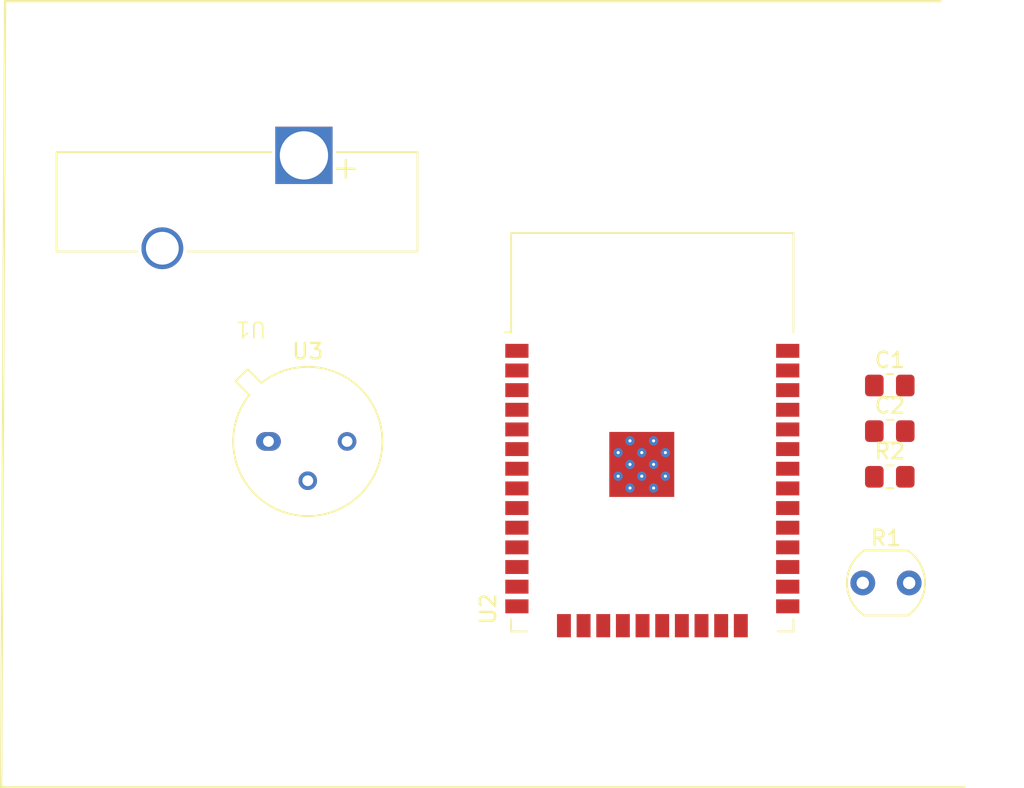
<source format=kicad_pcb>
(kicad_pcb (version 20221018) (generator pcbnew)
  (layers (0 "F.Cu" signal) (31 "B.Cu" signal) (34 "B.Paste" user) (35 "F.Paste" user) (36 "B.SilkS" user "B.Silkscreen") (37 "F.SilkS" user "F.Silkscreen") (38 "B.Mask" user) (39 "F.Mask" user) (44 "Edge.Cuts" user))
  (net 0 "")
  (net 1 "Net-(U1-+)")
  (net 2 "GND")
  (net 3 "5v")
  (net 4 "Net-(R1-Pad2)")
  (footprint "Package_TO_SOT_THT:TO-39-3" (layer "F.Cu") (at 39.624 62.738)
    (fp_text reference "U3" (at 2.54 -5.82) (layer "F.SilkS"))
    (fp_text value "LM117_TO39")
    (fp_line (start -2.125856 -3.888039) (end -1.234902 -2.997084) (stroke (width 0.12)) (layer "F.SilkS"))
    (fp_line (start -1.348039 -4.665856) (end -2.125856 -3.888039) (stroke (width 0.12)) (layer "F.SilkS"))
    (fp_line (start -0.457084 -3.774902) (end -1.348039 -4.665856) (stroke (width 0.12)) (layer "F.SilkS"))
    (fp_arc (start -0.457084 -3.774902) (mid 5.948125 3.408384) (end -1.234674 -2.997371) (stroke (width 0.12)) (layer "F.SilkS"))
    (pad "1" thru_hole oval (at 0 0) (size 1.6 1.2) (drill 0.7) (layers "*.Cu" "*.Mask") (net 1 "Net-(U1-+)"))
    (pad "2" thru_hole oval (at 2.54 2.54) (size 1.2 1.2) (drill 0.7) (layers "*.Cu" "*.Mask") (net 2 "GND"))
    (pad "3" thru_hole oval (at 5.08 0) (size 1.2 1.2) (drill 0.7) (layers "*.Cu" "*.Mask") (net 3 "5v"))
  )
  (footprint "Resistor_SMD:R_0805_2012Metric_Pad1.20x1.40mm_HandSolder" (layer "F.Cu") (at 79.772 62.074)
    (fp_text reference "C2" (at 0 -1.65) (layer "F.SilkS"))
    (fp_text value "C_Small")
    (fp_line (start -0.227064 -0.735) (end 0.227064 -0.735) (stroke (width 0.12)) (layer "F.SilkS"))
    (fp_line (start -0.227064 0.735) (end 0.227064 0.735) (stroke (width 0.12)) (layer "F.SilkS"))
    (pad "1" smd roundrect (at -1 0) (size 1.2 1.4) (layers "F.Cu" "F.Paste" "F.Mask") (roundrect_rratio 0.208333) (net 1 "Net-(U1-+)"))
    (pad "2" smd roundrect (at 1 0) (size 1.2 1.4) (layers "F.Cu" "F.Paste" "F.Mask") (roundrect_rratio 0.208333) (net 2 "GND"))
  )
  (footprint "Resistor_SMD:R_0805_2012Metric_Pad1.20x1.40mm_HandSolder" (layer "F.Cu") (at 79.772 59.124)
    (fp_text reference "C1" (at 0 -1.65) (layer "F.SilkS"))
    (fp_text value "C_Small")
    (fp_line (start -0.227064 -0.735) (end 0.227064 -0.735) (stroke (width 0.12)) (layer "F.SilkS"))
    (fp_line (start -0.227064 0.735) (end 0.227064 0.735) (stroke (width 0.12)) (layer "F.SilkS"))
    (pad "1" smd roundrect (at -1 0) (size 1.2 1.4) (layers "F.Cu" "F.Paste" "F.Mask") (roundrect_rratio 0.208333) (net 3 "5v"))
    (pad "2" smd roundrect (at 1 0) (size 1.2 1.4) (layers "F.Cu" "F.Paste" "F.Mask") (roundrect_rratio 0.208333) (net 2 "GND"))
  )
  (footprint "RF_Module:ESP32-WROOM-32" (layer "F.Cu") (at 64.426 65.134)
    (fp_text reference "U2" (at -10.61 8.43 90) (layer "F.SilkS"))
    (fp_text value "ESP32-WROOM-32")
    (fp_line (start -9.12 -15.86) (end -9.12 -9.445) (stroke (width 0.12)) (layer "F.SilkS"))
    (fp_line (start -9.12 -15.86) (end 9.12 -15.86) (stroke (width 0.12)) (layer "F.SilkS"))
    (fp_line (start -9.12 -9.445) (end -9.5 -9.445) (stroke (width 0.12)) (layer "F.SilkS"))
    (fp_line (start -9.12 9.1) (end -9.12 9.88) (stroke (width 0.12)) (layer "F.SilkS"))
    (fp_line (start -9.12 9.88) (end -8.12 9.88) (stroke (width 0.12)) (layer "F.SilkS"))
    (fp_line (start 9.12 -15.86) (end 9.12 -9.445) (stroke (width 0.12)) (layer "F.SilkS"))
    (fp_line (start 9.12 9.1) (end 9.12 9.88) (stroke (width 0.12)) (layer "F.SilkS"))
    (fp_line (start 9.12 9.88) (end 8.12 9.88) (stroke (width 0.12)) (layer "F.SilkS"))
    (pad "1" smd rect (at -8.75 -8.25) (size 1.5 0.9) (layers "F.Cu" "F.Paste" "F.Mask") (net 2 "GND"))
    (pad "2" smd rect (at -8.75 -6.98) (size 1.5 0.9) (layers "F.Cu" "F.Paste" "F.Mask") (net 3 "5v"))
    (pad "3" smd rect (at -8.75 -5.71) (size 1.5 0.9) (layers "F.Cu" "F.Paste" "F.Mask"))
    (pad "4" smd rect (at -8.75 -4.44) (size 1.5 0.9) (layers "F.Cu" "F.Paste" "F.Mask"))
    (pad "5" smd rect (at -8.75 -3.17) (size 1.5 0.9) (layers "F.Cu" "F.Paste" "F.Mask"))
    (pad "6" smd rect (at -8.75 -1.9) (size 1.5 0.9) (layers "F.Cu" "F.Paste" "F.Mask"))
    (pad "7" smd rect (at -8.75 -0.63) (size 1.5 0.9) (layers "F.Cu" "F.Paste" "F.Mask"))
    (pad "8" smd rect (at -8.75 0.64) (size 1.5 0.9) (layers "F.Cu" "F.Paste" "F.Mask"))
    (pad "9" smd rect (at -8.75 1.91) (size 1.5 0.9) (layers "F.Cu" "F.Paste" "F.Mask"))
    (pad "10" smd rect (at -8.75 3.18) (size 1.5 0.9) (layers "F.Cu" "F.Paste" "F.Mask"))
    (pad "11" smd rect (at -8.75 4.45) (size 1.5 0.9) (layers "F.Cu" "F.Paste" "F.Mask"))
    (pad "12" smd rect (at -8.75 5.72) (size 1.5 0.9) (layers "F.Cu" "F.Paste" "F.Mask"))
    (pad "13" smd rect (at -8.75 6.99) (size 1.5 0.9) (layers "F.Cu" "F.Paste" "F.Mask"))
    (pad "14" smd rect (at -8.75 8.26) (size 1.5 0.9) (layers "F.Cu" "F.Paste" "F.Mask"))
    (pad "15" smd rect (at -5.71 9.51 90) (size 1.5 0.9) (layers "F.Cu" "F.Paste" "F.Mask") (net 2 "GND"))
    (pad "16" smd rect (at -4.44 9.51 90) (size 1.5 0.9) (layers "F.Cu" "F.Paste" "F.Mask"))
    (pad "17" smd rect (at -3.17 9.51 90) (size 1.5 0.9) (layers "F.Cu" "F.Paste" "F.Mask"))
    (pad "18" smd rect (at -1.9 9.51 90) (size 1.5 0.9) (layers "F.Cu" "F.Paste" "F.Mask"))
    (pad "19" smd rect (at -0.63 9.51 90) (size 1.5 0.9) (layers "F.Cu" "F.Paste" "F.Mask"))
    (pad "20" smd rect (at 0.64 9.51 90) (size 1.5 0.9) (layers "F.Cu" "F.Paste" "F.Mask"))
    (pad "21" smd rect (at 1.91 9.51 90) (size 1.5 0.9) (layers "F.Cu" "F.Paste" "F.Mask"))
    (pad "22" smd rect (at 3.18 9.51 90) (size 1.5 0.9) (layers "F.Cu" "F.Paste" "F.Mask"))
    (pad "23" smd rect (at 4.45 9.51 90) (size 1.5 0.9) (layers "F.Cu" "F.Paste" "F.Mask"))
    (pad "24" smd rect (at 5.72 9.51 90) (size 1.5 0.9) (layers "F.Cu" "F.Paste" "F.Mask"))
    (pad "25" smd rect (at 8.75 8.26) (size 1.5 0.9) (layers "F.Cu" "F.Paste" "F.Mask"))
    (pad "26" smd rect (at 8.75 6.99) (size 1.5 0.9) (layers "F.Cu" "F.Paste" "F.Mask"))
    (pad "27" smd rect (at 8.75 5.72) (size 1.5 0.9) (layers "F.Cu" "F.Paste" "F.Mask"))
    (pad "28" smd rect (at 8.75 4.45) (size 1.5 0.9) (layers "F.Cu" "F.Paste" "F.Mask"))
    (pad "29" smd rect (at 8.75 3.18) (size 1.5 0.9) (layers "F.Cu" "F.Paste" "F.Mask"))
    (pad "30" smd rect (at 8.75 1.91) (size 1.5 0.9) (layers "F.Cu" "F.Paste" "F.Mask"))
    (pad "31" smd rect (at 8.75 0.64) (size 1.5 0.9) (layers "F.Cu" "F.Paste" "F.Mask"))
    (pad "32" smd rect (at 8.75 -0.63) (size 1.5 0.9) (layers "F.Cu" "F.Paste" "F.Mask"))
    (pad "33" smd rect (at 8.75 -1.9) (size 1.5 0.9) (layers "F.Cu" "F.Paste" "F.Mask"))
    (pad "34" smd rect (at 8.75 -3.17) (size 1.5 0.9) (layers "F.Cu" "F.Paste" "F.Mask") (net 3 "5v"))
    (pad "35" smd rect (at 8.75 -4.44) (size 1.5 0.9) (layers "F.Cu" "F.Paste" "F.Mask"))
    (pad "36" smd rect (at 8.75 -5.71) (size 1.5 0.9) (layers "F.Cu" "F.Paste" "F.Mask"))
    (pad "37" smd rect (at 8.75 -6.98) (size 1.5 0.9) (layers "F.Cu" "F.Paste" "F.Mask"))
    (pad "38" smd rect (at 8.75 -8.25) (size 1.5 0.9) (layers "F.Cu" "F.Paste" "F.Mask") (net 2 "GND"))
    (pad "39" smd rect (at -2.205 -2.435) (size 1.05 1.05) (layers "F.Cu" "F.Paste") (net 2 "GND"))
    (pad "39" thru_hole circle (at -2.205 -1.6725) (size 0.6 0.6) (drill 0.2) (property pad_prop_heatsink) (layers "*.Cu" "F.Mask") (net 2 "GND"))
    (pad "39" smd rect (at -2.205 -0.91) (size 1.05 1.05) (layers "F.Cu" "F.Paste") (net 2 "GND"))
    (pad "39" thru_hole circle (at -2.205 -0.1475) (size 0.6 0.6) (drill 0.2) (property pad_prop_heatsink) (layers "*.Cu" "F.Mask") (net 2 "GND"))
    (pad "39" smd rect (at -2.205 0.615) (size 1.05 1.05) (layers "F.Cu" "F.Paste") (net 2 "GND"))
    (pad "39" thru_hole circle (at -1.4425 -2.435) (size 0.6 0.6) (drill 0.2) (property pad_prop_heatsink) (layers "*.Cu" "F.Mask") (net 2 "GND"))
    (pad "39" thru_hole circle (at -1.4425 -0.91) (size 0.6 0.6) (drill 0.2) (property pad_prop_heatsink) (layers "*.Cu" "F.Mask") (net 2 "GND"))
    (pad "39" thru_hole circle (at -1.4425 0.615) (size 0.6 0.6) (drill 0.2) (property pad_prop_heatsink) (layers "*.Cu" "F.Mask") (net 2 "GND"))
    (pad "39" smd rect (at -0.68 -2.435) (size 1.05 1.05) (layers "F.Cu" "F.Paste") (net 2 "GND"))
    (pad "39" thru_hole circle (at -0.68 -1.6725) (size 0.6 0.6) (drill 0.2) (property pad_prop_heatsink) (layers "*.Cu" "F.Mask") (net 2 "GND"))
    (pad "39" smd rect (at -0.68 -0.91) (size 1.05 1.05) (layers "F.Cu" "F.Paste") (net 2 "GND"))
    (pad "39" smd rect (at -0.68 -0.91) (size 4.2 4.2) (layers "F.Cu" "F.Mask") (net 2 "GND"))
    (pad "39" thru_hole circle (at -0.68 -0.1475) (size 0.6 0.6) (drill 0.2) (property pad_prop_heatsink) (layers "*.Cu" "F.Mask") (net 2 "GND"))
    (pad "39" smd rect (at -0.68 0.615) (size 1.05 1.05) (layers "F.Cu" "F.Paste") (net 2 "GND"))
    (pad "39" thru_hole circle (at 0.0825 -2.435) (size 0.6 0.6) (drill 0.2) (property pad_prop_heatsink) (layers "*.Cu" "F.Mask") (net 2 "GND"))
    (pad "39" thru_hole circle (at 0.0825 -0.91) (size 0.6 0.6) (drill 0.2) (property pad_prop_heatsink) (layers "*.Cu" "F.Mask") (net 2 "GND"))
    (pad "39" thru_hole circle (at 0.0825 0.615) (size 0.6 0.6) (drill 0.2) (property pad_prop_heatsink) (layers "*.Cu" "F.Mask") (net 2 "GND"))
    (pad "39" smd rect (at 0.845 -2.435) (size 1.05 1.05) (layers "F.Cu" "F.Paste") (net 2 "GND"))
    (pad "39" thru_hole circle (at 0.845 -1.6725) (size 0.6 0.6) (drill 0.2) (property pad_prop_heatsink) (layers "*.Cu" "F.Mask") (net 2 "GND"))
    (pad "39" smd rect (at 0.845 -0.91) (size 1.05 1.05) (layers "F.Cu" "F.Paste") (net 2 "GND"))
    (pad "39" thru_hole circle (at 0.845 -0.1475) (size 0.6 0.6) (drill 0.2) (property pad_prop_heatsink) (layers "*.Cu" "F.Mask") (net 2 "GND"))
    (pad "39" smd rect (at 0.845 0.615) (size 1.05 1.05) (layers "F.Cu" "F.Paste") (net 2 "GND"))
  )
  (footprint "myLibrary:9v" (layer "F.Cu") (at 38.487 55.0055 180)
    (fp_text reference "U1" (at 0 -0.5 180 unlocked) (layer "F.SilkS") (effects (font (thickness 0.1))))
    (fp_text value "~")
    (fp_text user "+" (at -6.13 10) (layer "F.SilkS") (effects (font (size 1.5 1.5))))
    (fp_line (start -10.765 4.54) (end -10.765 10.96) (stroke (width 0.12)) (layer "F.SilkS"))
    (fp_line (start -10.765 4.54) (end 4.11 4.54) (stroke (width 0.12)) (layer "F.SilkS"))
    (fp_line (start -10.765 10.96) (end -5.54 10.96) (stroke (width 0.12)) (layer "F.SilkS"))
    (fp_line (start -1.32 10.96) (end 12.56184 10.96) (stroke (width 0.12)) (layer "F.SilkS"))
    (fp_line (start 7.33 4.54) (end 12.555 4.54) (stroke (width 0.12)) (layer "F.SilkS"))
    (fp_line (start 12.555 4.54) (end 12.555 10.96) (stroke (width 0.12)) (layer "F.SilkS"))
    (pad "1" thru_hole rect (at -3.43 10.75 180) (size 3.7 3.7) (drill 3.12) (layers "*.Cu" "*.Mask") (net 1 "Net-(U1-+)"))
    (pad "2" thru_hole circle (at 5.72 4.75 180) (size 2.7 2.7) (drill 2.12) (layers "*.Cu" "*.Mask") (net 2 "GND"))
  )
  (footprint "Resistor_SMD:R_0805_2012Metric_Pad1.20x1.40mm_HandSolder" (layer "F.Cu") (at 79.772 65.024)
    (fp_text reference "R2" (at 0 -1.65) (layer "F.SilkS"))
    (fp_text value "R_Small_US")
    (fp_line (start -0.227064 -0.735) (end 0.227064 -0.735) (stroke (width 0.12)) (layer "F.SilkS"))
    (fp_line (start -0.227064 0.735) (end 0.227064 0.735) (stroke (width 0.12)) (layer "F.SilkS"))
    (pad "1" smd roundrect (at -1 0) (size 1.2 1.4) (layers "F.Cu" "F.Paste" "F.Mask") (roundrect_rratio 0.208333) (net 2 "GND"))
    (pad "2" smd roundrect (at 1 0) (size 1.2 1.4) (layers "F.Cu" "F.Paste" "F.Mask") (roundrect_rratio 0.208333) (net 4 "Net-(R1-Pad2)"))
  )
  (footprint "OptoDevice:R_LDR_5.0x4.1mm_P3mm_Vertical" (layer "F.Cu") (at 78.026 71.882)
    (fp_text reference "R1" (at 1.5 -2.9) (layer "F.SilkS"))
    (fp_text value "A9013")
    (fp_line (start 0.1 -2.1) (end 2.9 -2.1) (stroke (width 0.12)) (layer "F.SilkS"))
    (fp_line (start 0.1 2.1) (end 2.9 2.1) (stroke (width 0.12)) (layer "F.SilkS"))
    (fp_arc (start 0.1 2.1) (mid -1.023872 -0.008372) (end 0.113963 -2.109242) (stroke (width 0.12)) (layer "F.SilkS"))
    (fp_arc (start 2.9 -2.1) (mid 4.023872 0.008372) (end 2.886037 2.109242) (stroke (width 0.12)) (layer "F.SilkS"))
    (pad "1" thru_hole circle (at 0 0) (size 1.6 1.6) (drill 0.8) (layers "*.Cu" "*.Mask") (net 3 "5v"))
    (pad "2" thru_hole circle (at 3 0) (size 1.6 1.6) (drill 0.8) (layers "*.Cu" "*.Mask") (net 4 "Net-(R1-Pad2)"))
  )
  (gr_line (start 22.352 85.09) (end 22.606 34.29) (stroke (width 0.15)) (layer "F.SilkS"))
  (gr_line (start 84.582 85.09) (end 22.352 85.09) (stroke (width 0.15)) (layer "F.SilkS"))
  (gr_line (start 22.606 34.29) (end 83.058 34.29) (stroke (width 0.15)) (layer "F.SilkS"))
)
</source>
